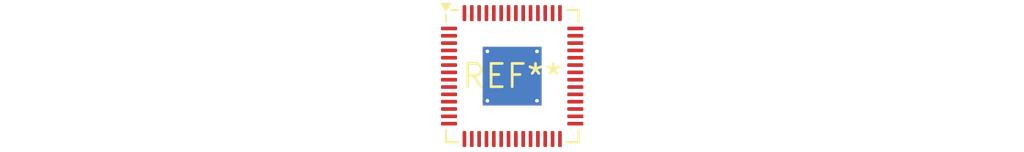
<source format=kicad_pcb>
(kicad_pcb (version 20240108) (generator pcbnew)
  (layers (0 "F.Cu" signal) (31 "B.Cu" signal) (34 "B.Paste" user) (35 "F.Paste" user) (36 "B.SilkS" user "B.Silkscreen") (37 "F.SilkS" user "F.Silkscreen") (38 "B.Mask" user) (39 "F.Mask" user) (44 "Edge.Cuts" user))
  (net 0 "")
  (footprint "QFN-56-1EP_7x7mm_P0.4mm_EP3.2x3.2mm_ThermalVias" (layer "F.Cu") (at 0 0)
    (property "Reference" "REF**")
    (property "Value" "QFN-56-1EP_7x7mm_P0.4mm_EP3.2x3.2mm_ThermalVias")
    (fp_line (start -3.61 -2.96) (end -3.61 -3.37) (layer "F.SilkS") (stroke (width 0.12)))
    (fp_line (start -3.61 3.61) (end -3.61 2.96) (layer "F.SilkS") (stroke (width 0.12)))
    (fp_line (start -2.96 -3.61) (end -3.31 -3.61) (layer "F.SilkS") (stroke (width 0.12)))
    (fp_line (start -2.96 3.61) (end -3.61 3.61) (layer "F.SilkS") (stroke (width 0.12)))
    (fp_line (start 2.96 -3.61) (end 3.61 -3.61) (layer "F.SilkS") (stroke (width 0.12)))
    (fp_line (start 2.96 3.61) (end 3.61 3.61) (layer "F.SilkS") (stroke (width 0.12)))
    (fp_line (start 3.61 -3.61) (end 3.61 -2.96) (layer "F.SilkS") (stroke (width 0.12)))
    (fp_line (start 3.61 3.61) (end 3.61 2.96) (layer "F.SilkS") (stroke (width 0.12)))
    (fp_poly (pts (xy -3.61 -3.61) (xy -3.85 -3.94) (xy -3.37 -3.94) (xy -3.61 -3.61)) (layer "F.SilkS") (stroke (width 0.12)) (fill solid))
    (pad "1" smd roundrect (at -3.4375 -2.6) (size 0.875 0.2) (layers "F.Cu" "F.Paste" "F.Mask"))
    (pad "2" smd roundrect (at -3.4375 -2.2) (size 0.875 0.2) (layers "F.Cu" "F.Paste" "F.Mask"))
    (pad "3" smd roundrect (at -3.4375 -1.8) (size 0.875 0.2) (layers "F.Cu" "F.Paste" "F.Mask"))
    (pad "4" smd roundrect (at -3.4375 -1.4) (size 0.875 0.2) (layers "F.Cu" "F.Paste" "F.Mask"))
    (pad "5" smd roundrect (at -3.4375 -1) (size 0.875 0.2) (layers "F.Cu" "F.Paste" "F.Mask"))
    (pad "6" smd roundrect (at -3.4375 -0.6) (size 0.875 0.2) (layers "F.Cu" "F.Paste" "F.Mask"))
    (pad "7" smd roundrect (at -3.4375 -0.2) (size 0.875 0.2) (layers "F.Cu" "F.Paste" "F.Mask"))
    (pad "8" smd roundrect (at -3.4375 0.2) (size 0.875 0.2) (layers "F.Cu" "F.Paste" "F.Mask"))
    (pad "9" smd roundrect (at -3.4375 0.6) (size 0.875 0.2) (layers "F.Cu" "F.Paste" "F.Mask"))
    (pad "10" smd roundrect (at -3.4375 1) (size 0.875 0.2) (layers "F.Cu" "F.Paste" "F.Mask"))
    (pad "11" smd roundrect (at -3.4375 1.4) (size 0.875 0.2) (layers "F.Cu" "F.Paste" "F.Mask"))
    (pad "12" smd roundrect (at -3.4375 1.8) (size 0.875 0.2) (layers "F.Cu" "F.Paste" "F.Mask"))
    (pad "13" smd roundrect (at -3.4375 2.2) (size 0.875 0.2) (layers "F.Cu" "F.Paste" "F.Mask"))
    (pad "14" smd roundrect (at -3.4375 2.6) (size 0.875 0.2) (layers "F.Cu" "F.Paste" "F.Mask"))
    (pad "15" smd roundrect (at -2.6 3.4375) (size 0.2 0.875) (layers "F.Cu" "F.Paste" "F.Mask"))
    (pad "16" smd roundrect (at -2.2 3.4375) (size 0.2 0.875) (layers "F.Cu" "F.Paste" "F.Mask"))
    (pad "17" smd roundrect (at -1.8 3.4375) (size 0.2 0.875) (layers "F.Cu" "F.Paste" "F.Mask"))
    (pad "18" smd roundrect (at -1.4 3.4375) (size 0.2 0.875) (layers "F.Cu" "F.Paste" "F.Mask"))
    (pad "19" smd roundrect (at -1 3.4375) (size 0.2 0.875) (layers "F.Cu" "F.Paste" "F.Mask"))
    (pad "20" smd roundrect (at -0.6 3.4375) (size 0.2 0.875) (layers "F.Cu" "F.Paste" "F.Mask"))
    (pad "21" smd roundrect (at -0.2 3.4375) (size 0.2 0.875) (layers "F.Cu" "F.Paste" "F.Mask"))
    (pad "22" smd roundrect (at 0.2 3.4375) (size 0.2 0.875) (layers "F.Cu" "F.Paste" "F.Mask"))
    (pad "23" smd roundrect (at 0.6 3.4375) (size 0.2 0.875) (layers "F.Cu" "F.Paste" "F.Mask"))
    (pad "24" smd roundrect (at 1 3.4375) (size 0.2 0.875) (layers "F.Cu" "F.Paste" "F.Mask"))
    (pad "25" smd roundrect (at 1.4 3.4375) (size 0.2 0.875) (layers "F.Cu" "F.Paste" "F.Mask"))
    (pad "26" smd roundrect (at 1.8 3.4375) (size 0.2 0.875) (layers "F.Cu" "F.Paste" "F.Mask"))
    (pad "27" smd roundrect (at 2.2 3.4375) (size 0.2 0.875) (layers "F.Cu" "F.Paste" "F.Mask"))
    (pad "28" smd roundrect (at 2.6 3.4375) (size 0.2 0.875) (layers "F.Cu" "F.Paste" "F.Mask"))
    (pad "29" smd roundrect (at 3.4375 2.6) (size 0.875 0.2) (layers "F.Cu" "F.Paste" "F.Mask"))
    (pad "30" smd roundrect (at 3.4375 2.2) (size 0.875 0.2) (layers "F.Cu" "F.Paste" "F.Mask"))
    (pad "31" smd roundrect (at 3.4375 1.8) (size 0.875 0.2) (layers "F.Cu" "F.Paste" "F.Mask"))
    (pad "32" smd roundrect (at 3.4375 1.4) (size 0.875 0.2) (layers "F.Cu" "F.Paste" "F.Mask"))
    (pad "33" smd roundrect (at 3.4375 1) (size 0.875 0.2) (layers "F.Cu" "F.Paste" "F.Mask"))
    (pad "34" smd roundrect (at 3.4375 0.6) (size 0.875 0.2) (layers "F.Cu" "F.Paste" "F.Mask"))
    (pad "35" smd roundrect (at 3.4375 0.2) (size 0.875 0.2) (layers "F.Cu" "F.Paste" "F.Mask"))
    (pad "36" smd roundrect (at 3.4375 -0.2) (size 0.875 0.2) (layers "F.Cu" "F.Paste" "F.Mask"))
    (pad "37" smd roundrect (at 3.4375 -0.6) (size 0.875 0.2) (layers "F.Cu" "F.Paste" "F.Mask"))
    (pad "38" smd roundrect (at 3.4375 -1) (size 0.875 0.2) (layers "F.Cu" "F.Paste" "F.Mask"))
    (pad "39" smd roundrect (at 3.4375 -1.4) (size 0.875 0.2) (layers "F.Cu" "F.Paste" "F.Mask"))
    (pad "40" smd roundrect (at 3.4375 -1.8) (size 0.875 0.2) (layers "F.Cu" "F.Paste" "F.Mask"))
    (pad "41" smd roundrect (at 3.4375 -2.2) (size 0.875 0.2) (layers "F.Cu" "F.Paste" "F.Mask"))
    (pad "42" smd roundrect (at 3.4375 -2.6) (size 0.875 0.2) (layers "F.Cu" "F.Paste" "F.Mask"))
    (pad "43" smd roundrect (at 2.6 -3.4375) (size 0.2 0.875) (layers "F.Cu" "F.Paste" "F.Mask"))
    (pad "44" smd roundrect (at 2.2 -3.4375) (size 0.2 0.875) (layers "F.Cu" "F.Paste" "F.Mask"))
    (pad "45" smd roundrect (at 1.8 -3.4375) (size 0.2 0.875) (layers "F.Cu" "F.Paste" "F.Mask"))
    (pad "46" smd roundrect (at 1.4 -3.4375) (size 0.2 0.875) (layers "F.Cu" "F.Paste" "F.Mask"))
    (pad "47" smd roundrect (at 1 -3.4375) (size 0.2 0.875) (layers "F.Cu" "F.Paste" "F.Mask"))
    (pad "48" smd roundrect (at 0.6 -3.4375) (size 0.2 0.875) (layers "F.Cu" "F.Paste" "F.Mask"))
    (pad "49" smd roundrect (at 0.2 -3.4375) (size 0.2 0.875) (layers "F.Cu" "F.Paste" "F.Mask"))
    (pad "50" smd roundrect (at -0.2 -3.4375) (size 0.2 0.875) (layers "F.Cu" "F.Paste" "F.Mask"))
    (pad "51" smd roundrect (at -0.6 -3.4375) (size 0.2 0.875) (layers "F.Cu" "F.Paste" "F.Mask"))
    (pad "52" smd roundrect (at -1 -3.4375) (size 0.2 0.875) (layers "F.Cu" "F.Paste" "F.Mask"))
    (pad "53" smd roundrect (at -1.4 -3.4375) (size 0.2 0.875) (layers "F.Cu" "F.Paste" "F.Mask"))
    (pad "54" smd roundrect (at -1.8 -3.4375) (size 0.2 0.875) (layers "F.Cu" "F.Paste" "F.Mask"))
    (pad "55" smd roundrect (at -2.2 -3.4375) (size 0.2 0.875) (layers "F.Cu" "F.Paste" "F.Mask"))
    (pad "56" smd roundrect (at -2.6 -3.4375) (size 0.2 0.875) (layers "F.Cu" "F.Paste" "F.Mask"))
    (pad "57" thru_hole circle (at -1.35 -1.35) (size 0.5 0.5) (drill 0.2) (property pad_prop_heatsink) (layers *.Cu) (remove_unused_layers))
    (pad "57" thru_hole circle (at -1.35 1.35) (size 0.5 0.5) (drill 0.2) (property pad_prop_heatsink) (layers *.Cu) (remove_unused_layers))
    (pad "57" smd rect (at 0 0) (size 3.2 3.2) (property pad_prop_heatsink) (layers "F.Cu" "F.Mask"))
    (pad "57" smd rect (at 0 0) (size 3.2 3.2) (property pad_prop_heatsink) (layers "B.Cu"))
    (pad "57" thru_hole circle (at 1.35 -1.35) (size 0.5 0.5) (drill 0.2) (property pad_prop_heatsink) (layers *.Cu) (remove_unused_layers))
    (pad "57" thru_hole circle (at 1.35 1.35) (size 0.5 0.5) (drill 0.2) (property pad_prop_heatsink) (layers *.Cu) (remove_unused_layers))
  )
)
</source>
